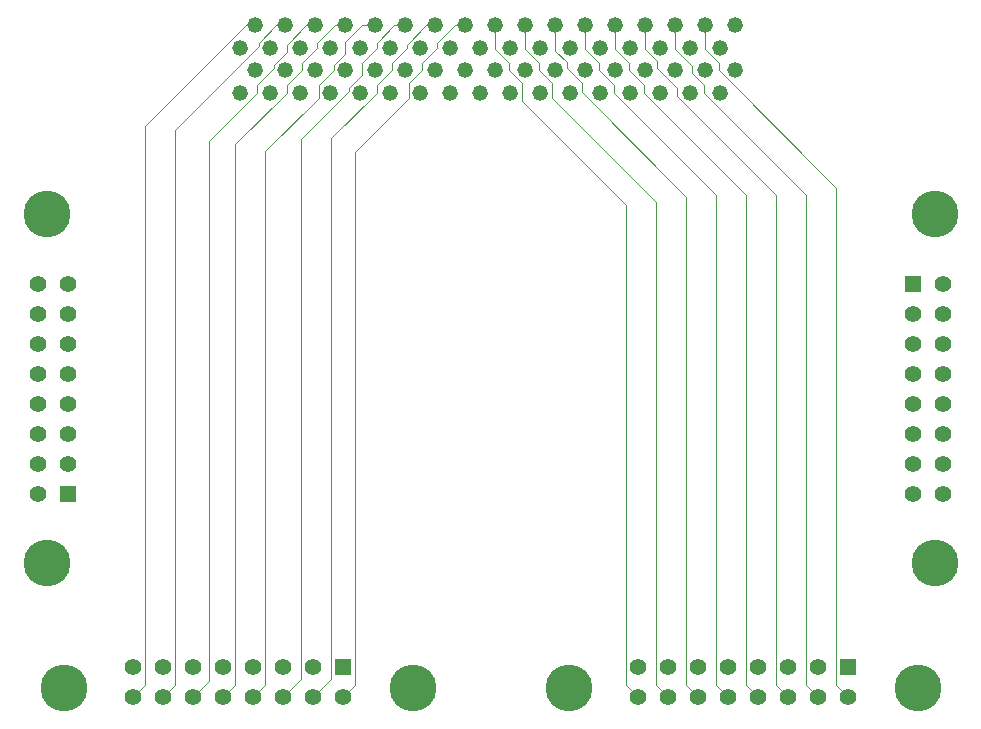
<source format=gbr>
%TF.GenerationSoftware,KiCad,Pcbnew,7.0.5-0*%
%TF.CreationDate,2023-09-20T16:50:09-04:00*%
%TF.ProjectId,patchpanel,70617463-6870-4616-9e65-6c2e6b696361,2.0*%
%TF.SameCoordinates,Original*%
%TF.FileFunction,Copper,L4,Bot*%
%TF.FilePolarity,Positive*%
%FSLAX46Y46*%
G04 Gerber Fmt 4.6, Leading zero omitted, Abs format (unit mm)*
G04 Created by KiCad (PCBNEW 7.0.5-0) date 2023-09-20 16:50:09*
%MOMM*%
%LPD*%
G01*
G04 APERTURE LIST*
%TA.AperFunction,ComponentPad*%
%ADD10R,1.397000X1.397000*%
%TD*%
%TA.AperFunction,ComponentPad*%
%ADD11C,1.397000*%
%TD*%
%TA.AperFunction,ComponentPad*%
%ADD12C,3.962400*%
%TD*%
%TA.AperFunction,ComponentPad*%
%ADD13C,1.320800*%
%TD*%
%TA.AperFunction,Conductor*%
%ADD14C,0.068580*%
%TD*%
G04 APERTURE END LIST*
D10*
%TO.P,U1,1,1*%
%TO.N,Net-(J1-Pad29)*%
X64287400Y-101396800D03*
D11*
%TO.P,U1,2,2*%
%TO.N,Net-(J1-Pad31)*%
X61747400Y-101396800D03*
%TO.P,U1,3,3*%
%TO.N,Net-(J1-Pad25)*%
X64287400Y-98856800D03*
%TO.P,U1,4,4*%
%TO.N,Net-(J1-Pad27)*%
X61747400Y-98856800D03*
%TO.P,U1,5,5*%
%TO.N,Net-(J1-Pad21)*%
X64287400Y-96316800D03*
%TO.P,U1,6,6*%
%TO.N,Net-(J1-Pad23)*%
X61747400Y-96316800D03*
%TO.P,U1,7,7*%
%TO.N,Net-(J1-Pad17)*%
X64287400Y-93776800D03*
%TO.P,U1,8,8*%
%TO.N,Net-(J1-Pad19)*%
X61747400Y-93776800D03*
%TO.P,U1,9,9*%
%TO.N,Net-(J1-Pad13)*%
X64287400Y-91236800D03*
%TO.P,U1,10,10*%
%TO.N,Net-(J1-Pad15)*%
X61747400Y-91236800D03*
%TO.P,U1,11,11*%
%TO.N,Net-(J1-Pad9)*%
X64287400Y-88696800D03*
%TO.P,U1,12,12*%
%TO.N,Net-(J1-Pad11)*%
X61747400Y-88696800D03*
%TO.P,U1,13,13*%
%TO.N,Net-(J1-Pad5)*%
X64287400Y-86156800D03*
%TO.P,U1,14,14*%
%TO.N,Net-(J1-Pad7)*%
X61747400Y-86156800D03*
%TO.P,U1,15,15*%
%TO.N,Net-(J1-Pad1)*%
X64287400Y-83616800D03*
%TO.P,U1,16,16*%
%TO.N,Net-(J1-Pad3)*%
X61747400Y-83616800D03*
D12*
%TO.P,U1,17*%
%TO.N,N/C*%
X62484000Y-107289600D03*
%TO.P,U1,18*%
X62484000Y-77724000D03*
%TD*%
D10*
%TO.P,U3,1,1*%
%TO.N,Net-(J1-Pad62)*%
X130352800Y-116052600D03*
D11*
%TO.P,U3,2,2*%
%TO.N,Net-(J1-Pad64)*%
X130352800Y-118592600D03*
%TO.P,U3,3,3*%
%TO.N,Net-(J1-Pad58)*%
X127812800Y-116052600D03*
%TO.P,U3,4,4*%
%TO.N,Net-(J1-Pad60)*%
X127812800Y-118592600D03*
%TO.P,U3,5,5*%
%TO.N,Net-(J1-Pad54)*%
X125272800Y-116052600D03*
%TO.P,U3,6,6*%
%TO.N,Net-(J1-Pad56)*%
X125272800Y-118592600D03*
%TO.P,U3,7,7*%
%TO.N,Net-(J1-Pad50)*%
X122732800Y-116052600D03*
%TO.P,U3,8,8*%
%TO.N,Net-(J1-Pad52)*%
X122732800Y-118592600D03*
%TO.P,U3,9,9*%
%TO.N,Net-(J1-Pad46)*%
X120192800Y-116052600D03*
%TO.P,U3,10,10*%
%TO.N,Net-(J1-Pad48)*%
X120192800Y-118592600D03*
%TO.P,U3,11,11*%
%TO.N,Net-(J1-Pad42)*%
X117652800Y-116052600D03*
%TO.P,U3,12,12*%
%TO.N,Net-(J1-Pad44)*%
X117652800Y-118592600D03*
%TO.P,U3,13,13*%
%TO.N,Net-(J1-Pad38)*%
X115112800Y-116052600D03*
%TO.P,U3,14,14*%
%TO.N,Net-(J1-Pad40)*%
X115112800Y-118592600D03*
%TO.P,U3,15,15*%
%TO.N,Net-(J1-Pad34)*%
X112572800Y-116052600D03*
%TO.P,U3,16,16*%
%TO.N,Net-(J1-Pad36)*%
X112572800Y-118592600D03*
D12*
%TO.P,U3,17*%
%TO.N,N/C*%
X136245600Y-117856000D03*
%TO.P,U3,18*%
X106680000Y-117856000D03*
%TD*%
D10*
%TO.P,U4,1,1*%
%TO.N,Net-(J1-Pad61)*%
X135864600Y-83616800D03*
D11*
%TO.P,U4,2,2*%
%TO.N,Net-(J1-Pad63)*%
X138404600Y-83616800D03*
%TO.P,U4,3,3*%
%TO.N,Net-(J1-Pad57)*%
X135864600Y-86156800D03*
%TO.P,U4,4,4*%
%TO.N,Net-(J1-Pad59)*%
X138404600Y-86156800D03*
%TO.P,U4,5,5*%
%TO.N,Net-(J1-Pad53)*%
X135864600Y-88696800D03*
%TO.P,U4,6,6*%
%TO.N,Net-(J1-Pad55)*%
X138404600Y-88696800D03*
%TO.P,U4,7,7*%
%TO.N,Net-(J1-Pad49)*%
X135864600Y-91236800D03*
%TO.P,U4,8,8*%
%TO.N,Net-(J1-Pad51)*%
X138404600Y-91236800D03*
%TO.P,U4,9,9*%
%TO.N,Net-(J1-Pad45)*%
X135864600Y-93776800D03*
%TO.P,U4,10,10*%
%TO.N,Net-(J1-Pad47)*%
X138404600Y-93776800D03*
%TO.P,U4,11,11*%
%TO.N,Net-(J1-Pad41)*%
X135864600Y-96316800D03*
%TO.P,U4,12,12*%
%TO.N,Net-(J1-Pad43)*%
X138404600Y-96316800D03*
%TO.P,U4,13,13*%
%TO.N,Net-(J1-Pad37)*%
X135864600Y-98856800D03*
%TO.P,U4,14,14*%
%TO.N,Net-(J1-Pad39)*%
X138404600Y-98856800D03*
%TO.P,U4,15,15*%
%TO.N,Net-(J1-Pad33)*%
X135864600Y-101396800D03*
%TO.P,U4,16,16*%
%TO.N,Net-(J1-Pad35)*%
X138404600Y-101396800D03*
D12*
%TO.P,U4,17*%
%TO.N,N/C*%
X137668000Y-77724000D03*
%TO.P,U4,18*%
X137668000Y-107289600D03*
%TD*%
D13*
%TO.P,J1,1,1*%
%TO.N,Net-(J1-Pad1)*%
X78867000Y-67437000D03*
%TO.P,J1,2,2*%
%TO.N,Net-(J1-Pad2)*%
X78867000Y-63627000D03*
%TO.P,J1,3,3*%
%TO.N,Net-(J1-Pad3)*%
X80137000Y-65532000D03*
%TO.P,J1,4,4*%
%TO.N,Net-(J1-Pad4)*%
X80137000Y-61722000D03*
%TO.P,J1,5,5*%
%TO.N,Net-(J1-Pad5)*%
X81407000Y-67437000D03*
%TO.P,J1,6,6*%
%TO.N,Net-(J1-Pad6)*%
X81407000Y-63627000D03*
%TO.P,J1,7,7*%
%TO.N,Net-(J1-Pad7)*%
X82677000Y-65532000D03*
%TO.P,J1,8,8*%
%TO.N,Net-(J1-Pad8)*%
X82677000Y-61722000D03*
%TO.P,J1,9,9*%
%TO.N,Net-(J1-Pad9)*%
X83947000Y-67437000D03*
%TO.P,J1,10,10*%
%TO.N,Net-(J1-Pad10)*%
X83947000Y-63627000D03*
%TO.P,J1,11,11*%
%TO.N,Net-(J1-Pad11)*%
X85217000Y-65532000D03*
%TO.P,J1,12,12*%
%TO.N,Net-(J1-Pad12)*%
X85217000Y-61722000D03*
%TO.P,J1,13,13*%
%TO.N,Net-(J1-Pad13)*%
X86487000Y-67437000D03*
%TO.P,J1,14,14*%
%TO.N,Net-(J1-Pad14)*%
X86487000Y-63627000D03*
%TO.P,J1,15,15*%
%TO.N,Net-(J1-Pad15)*%
X87757000Y-65532000D03*
%TO.P,J1,16,16*%
%TO.N,Net-(J1-Pad16)*%
X87757000Y-61722000D03*
%TO.P,J1,17,17*%
%TO.N,Net-(J1-Pad17)*%
X89027000Y-67437000D03*
%TO.P,J1,18,18*%
%TO.N,Net-(J1-Pad18)*%
X89027000Y-63627000D03*
%TO.P,J1,19,19*%
%TO.N,Net-(J1-Pad19)*%
X90297000Y-65532000D03*
%TO.P,J1,20,20*%
%TO.N,Net-(J1-Pad20)*%
X90297000Y-61722000D03*
%TO.P,J1,21,21*%
%TO.N,Net-(J1-Pad21)*%
X91567000Y-67437000D03*
%TO.P,J1,22,22*%
%TO.N,Net-(J1-Pad22)*%
X91567000Y-63627000D03*
%TO.P,J1,23,23*%
%TO.N,Net-(J1-Pad23)*%
X92837000Y-65532000D03*
%TO.P,J1,24,24*%
%TO.N,Net-(J1-Pad24)*%
X92837000Y-61722000D03*
%TO.P,J1,25,25*%
%TO.N,Net-(J1-Pad25)*%
X94107000Y-67437000D03*
%TO.P,J1,26,26*%
%TO.N,Net-(J1-Pad26)*%
X94107000Y-63627000D03*
%TO.P,J1,27,27*%
%TO.N,Net-(J1-Pad27)*%
X95377000Y-65532000D03*
%TO.P,J1,28,28*%
%TO.N,Net-(J1-Pad28)*%
X95377000Y-61722000D03*
%TO.P,J1,29,29*%
%TO.N,Net-(J1-Pad29)*%
X96647000Y-67437000D03*
%TO.P,J1,30,30*%
%TO.N,Net-(J1-Pad30)*%
X96647000Y-63627000D03*
%TO.P,J1,31,31*%
%TO.N,Net-(J1-Pad31)*%
X97917000Y-65532000D03*
%TO.P,J1,32,32*%
%TO.N,Net-(J1-Pad32)*%
X97917000Y-61722000D03*
%TO.P,J1,33,33*%
%TO.N,Net-(J1-Pad33)*%
X99187000Y-67437000D03*
%TO.P,J1,34,34*%
%TO.N,Net-(J1-Pad34)*%
X99187000Y-63627000D03*
%TO.P,J1,35,35*%
%TO.N,Net-(J1-Pad35)*%
X100457000Y-65532000D03*
%TO.P,J1,36,36*%
%TO.N,Net-(J1-Pad36)*%
X100457000Y-61722000D03*
%TO.P,J1,37,37*%
%TO.N,Net-(J1-Pad37)*%
X101727000Y-67437000D03*
%TO.P,J1,38,38*%
%TO.N,Net-(J1-Pad38)*%
X101727000Y-63627000D03*
%TO.P,J1,39,39*%
%TO.N,Net-(J1-Pad39)*%
X102997000Y-65532000D03*
%TO.P,J1,40,40*%
%TO.N,Net-(J1-Pad40)*%
X102997000Y-61722000D03*
%TO.P,J1,41,41*%
%TO.N,Net-(J1-Pad41)*%
X104267000Y-67437000D03*
%TO.P,J1,42,42*%
%TO.N,Net-(J1-Pad42)*%
X104267000Y-63627000D03*
%TO.P,J1,43,43*%
%TO.N,Net-(J1-Pad43)*%
X105537000Y-65532000D03*
%TO.P,J1,44,44*%
%TO.N,Net-(J1-Pad44)*%
X105537000Y-61722000D03*
%TO.P,J1,45,45*%
%TO.N,Net-(J1-Pad45)*%
X106807000Y-67437000D03*
%TO.P,J1,46,46*%
%TO.N,Net-(J1-Pad46)*%
X106807000Y-63627000D03*
%TO.P,J1,47,47*%
%TO.N,Net-(J1-Pad47)*%
X108077000Y-65532000D03*
%TO.P,J1,48,48*%
%TO.N,Net-(J1-Pad48)*%
X108077000Y-61722000D03*
%TO.P,J1,49,49*%
%TO.N,Net-(J1-Pad49)*%
X109347000Y-67437000D03*
%TO.P,J1,50,50*%
%TO.N,Net-(J1-Pad50)*%
X109347000Y-63627000D03*
%TO.P,J1,51,51*%
%TO.N,Net-(J1-Pad51)*%
X110617000Y-65532000D03*
%TO.P,J1,52,52*%
%TO.N,Net-(J1-Pad52)*%
X110617000Y-61722000D03*
%TO.P,J1,53,53*%
%TO.N,Net-(J1-Pad53)*%
X111887000Y-67437000D03*
%TO.P,J1,54,54*%
%TO.N,Net-(J1-Pad54)*%
X111887000Y-63627000D03*
%TO.P,J1,55,55*%
%TO.N,Net-(J1-Pad55)*%
X113157000Y-65532000D03*
%TO.P,J1,56,56*%
%TO.N,Net-(J1-Pad56)*%
X113157000Y-61722000D03*
%TO.P,J1,57,57*%
%TO.N,Net-(J1-Pad57)*%
X114427000Y-67437000D03*
%TO.P,J1,58,58*%
%TO.N,Net-(J1-Pad58)*%
X114427000Y-63627000D03*
%TO.P,J1,59,59*%
%TO.N,Net-(J1-Pad59)*%
X115697000Y-65532000D03*
%TO.P,J1,60,60*%
%TO.N,Net-(J1-Pad60)*%
X115697000Y-61722000D03*
%TO.P,J1,61,61*%
%TO.N,Net-(J1-Pad61)*%
X116967000Y-67437000D03*
%TO.P,J1,62,62*%
%TO.N,Net-(J1-Pad62)*%
X116967000Y-63627000D03*
%TO.P,J1,63,63*%
%TO.N,Net-(J1-Pad63)*%
X118237000Y-65532000D03*
%TO.P,J1,64,64*%
%TO.N,Net-(J1-Pad64)*%
X118237000Y-61722000D03*
%TO.P,J1,65,65*%
%TO.N,unconnected-(J1-Pad65)*%
X119507000Y-67437000D03*
%TO.P,J1,66,66*%
%TO.N,unconnected-(J1-Pad66)*%
X119507000Y-63627000D03*
%TO.P,J1,67,67*%
%TO.N,unconnected-(J1-Pad67)*%
X120777000Y-65532000D03*
%TO.P,J1,68,68*%
%TO.N,unconnected-(J1-Pad68)*%
X120777000Y-61722000D03*
%TD*%
D10*
%TO.P,U2,1,1*%
%TO.N,Net-(J1-Pad30)*%
X87579200Y-116052600D03*
D11*
%TO.P,U2,2,2*%
%TO.N,Net-(J1-Pad32)*%
X87579200Y-118592600D03*
%TO.P,U2,3,3*%
%TO.N,Net-(J1-Pad26)*%
X85039200Y-116052600D03*
%TO.P,U2,4,4*%
%TO.N,Net-(J1-Pad28)*%
X85039200Y-118592600D03*
%TO.P,U2,5,5*%
%TO.N,Net-(J1-Pad22)*%
X82499200Y-116052600D03*
%TO.P,U2,6,6*%
%TO.N,Net-(J1-Pad24)*%
X82499200Y-118592600D03*
%TO.P,U2,7,7*%
%TO.N,Net-(J1-Pad18)*%
X79959200Y-116052600D03*
%TO.P,U2,8,8*%
%TO.N,Net-(J1-Pad20)*%
X79959200Y-118592600D03*
%TO.P,U2,9,9*%
%TO.N,Net-(J1-Pad14)*%
X77419200Y-116052600D03*
%TO.P,U2,10,10*%
%TO.N,Net-(J1-Pad16)*%
X77419200Y-118592600D03*
%TO.P,U2,11,11*%
%TO.N,Net-(J1-Pad10)*%
X74879200Y-116052600D03*
%TO.P,U2,12,12*%
%TO.N,Net-(J1-Pad12)*%
X74879200Y-118592600D03*
%TO.P,U2,13,13*%
%TO.N,Net-(J1-Pad6)*%
X72339200Y-116052600D03*
%TO.P,U2,14,14*%
%TO.N,Net-(J1-Pad8)*%
X72339200Y-118592600D03*
%TO.P,U2,15,15*%
%TO.N,Net-(J1-Pad2)*%
X69799200Y-116052600D03*
%TO.P,U2,16,16*%
%TO.N,Net-(J1-Pad4)*%
X69799200Y-118592600D03*
D12*
%TO.P,U2,17*%
%TO.N,N/C*%
X93472000Y-117856000D03*
%TO.P,U2,18*%
X63906400Y-117856000D03*
%TD*%
D14*
%TO.N,Net-(J1-Pad4)*%
X70822700Y-117569100D02*
X70822700Y-70277733D01*
X69799200Y-118592600D02*
X70822700Y-117569100D01*
X70822700Y-70277733D02*
X79378433Y-61722000D01*
X79378433Y-61722000D02*
X80137000Y-61722000D01*
%TO.N,Net-(J1-Pad8)*%
X73362700Y-117569100D02*
X73362700Y-70558900D01*
X80421600Y-63218833D02*
X81918433Y-61722000D01*
X81918433Y-61722000D02*
X82677000Y-61722000D01*
X72339200Y-118592600D02*
X73362700Y-117569100D01*
X73362700Y-70558900D02*
X80421600Y-63500000D01*
X80421600Y-63500000D02*
X80421600Y-63218833D01*
%TO.N,Net-(J1-Pad12)*%
X82804000Y-64011433D02*
X82804000Y-63376433D01*
X84458433Y-61722000D02*
X85217000Y-61722000D01*
X74879200Y-118592600D02*
X76200000Y-117271800D01*
X81691600Y-65123833D02*
X82804000Y-64011433D01*
X82804000Y-63376433D02*
X84458433Y-61722000D01*
X80264000Y-67433567D02*
X80264000Y-66802000D01*
X81691600Y-65374400D02*
X81691600Y-65123833D01*
X80264000Y-66802000D02*
X81691600Y-65374400D01*
X76200000Y-71497567D02*
X80264000Y-67433567D01*
X76200000Y-117271800D02*
X76200000Y-71497567D01*
%TO.N,Net-(J1-Pad16)*%
X82804000Y-66798567D02*
X84074000Y-65528567D01*
X77419200Y-118592600D02*
X78442700Y-117569100D01*
X82804000Y-67433567D02*
X82804000Y-66798567D01*
X78442700Y-117569100D02*
X78442700Y-71794867D01*
X84074000Y-65528567D02*
X84074000Y-64893567D01*
X85344000Y-63623567D02*
X85344000Y-63246000D01*
X85344000Y-63246000D02*
X86868000Y-61722000D01*
X78442700Y-71794867D02*
X82804000Y-67433567D01*
X84074000Y-64893567D02*
X85344000Y-63623567D01*
X86868000Y-61722000D02*
X87757000Y-61722000D01*
%TO.N,Net-(J1-Pad20)*%
X86771600Y-65532000D02*
X86771600Y-65123833D01*
X85501600Y-66802000D02*
X86771600Y-65532000D01*
X80982700Y-72364067D02*
X85501600Y-67845167D01*
X86771600Y-65123833D02*
X87757000Y-64138433D01*
X89154000Y-61722000D02*
X90297000Y-61722000D01*
X79959200Y-118592600D02*
X80982700Y-117569100D01*
X87757000Y-63119000D02*
X89154000Y-61722000D01*
X87757000Y-64138433D02*
X87757000Y-63119000D01*
X80982700Y-117569100D02*
X80982700Y-72364067D01*
X85501600Y-67845167D02*
X85501600Y-66802000D01*
%TO.N,Net-(J1-Pad24)*%
X84015700Y-117076100D02*
X84015700Y-71335900D01*
X89154000Y-65916433D02*
X89154000Y-64893567D01*
X84015700Y-71335900D02*
X88041600Y-67310000D01*
X88041600Y-67028833D02*
X89154000Y-65916433D01*
X90424000Y-63623567D02*
X90424000Y-63201054D01*
X91903054Y-61722000D02*
X92837000Y-61722000D01*
X90424000Y-63201054D02*
X91903054Y-61722000D01*
X88041600Y-67310000D02*
X88041600Y-67028833D01*
X89154000Y-64893567D02*
X90424000Y-63623567D01*
X82499200Y-118592600D02*
X84015700Y-117076100D01*
%TO.N,Net-(J1-Pad28)*%
X86555700Y-117076100D02*
X86555700Y-71301867D01*
X86555700Y-71301867D02*
X90424000Y-67433567D01*
X91694000Y-65528567D02*
X91694000Y-64893567D01*
X90424000Y-66798567D02*
X91694000Y-65528567D01*
X91694000Y-64893567D02*
X92964000Y-63623567D01*
X85039200Y-118592600D02*
X86555700Y-117076100D01*
X92964000Y-63376433D02*
X94618433Y-61722000D01*
X92964000Y-63623567D02*
X92964000Y-63376433D01*
X94618433Y-61722000D02*
X95377000Y-61722000D01*
X90424000Y-67433567D02*
X90424000Y-66798567D01*
%TO.N,Net-(J1-Pad32)*%
X94234000Y-65528567D02*
X94234000Y-64893567D01*
X87579200Y-118592600D02*
X88602700Y-117569100D01*
X88602700Y-72433300D02*
X93121600Y-67914400D01*
X93121600Y-67914400D02*
X93121600Y-66640967D01*
X95504000Y-63623567D02*
X95504000Y-63246000D01*
X88602700Y-117569100D02*
X88602700Y-72433300D01*
X97028000Y-61722000D02*
X97917000Y-61722000D01*
X94234000Y-64893567D02*
X95504000Y-63623567D01*
X95504000Y-63246000D02*
X97028000Y-61722000D01*
X93121600Y-66640967D02*
X94234000Y-65528567D01*
%TO.N,Net-(J1-Pad36)*%
X111506000Y-81026000D02*
X111506000Y-76962000D01*
X101600000Y-65532000D02*
X101600000Y-64893567D01*
X111549300Y-81069300D02*
X111506000Y-81026000D01*
X102712400Y-66644400D02*
X101600000Y-65532000D01*
X111549300Y-117569100D02*
X111549300Y-81069300D01*
X102712400Y-68168400D02*
X102712400Y-66644400D01*
X111506000Y-76962000D02*
X102712400Y-68168400D01*
X112572800Y-118592600D02*
X111549300Y-117569100D01*
X101600000Y-64893567D02*
X100457000Y-63750567D01*
X100457000Y-63750567D02*
X100457000Y-61722000D01*
%TO.N,Net-(J1-Pad40)*%
X114089300Y-117569100D02*
X114089300Y-76682067D01*
X105252400Y-67845167D02*
X105252400Y-66640967D01*
X114089300Y-76682067D02*
X105252400Y-67845167D01*
X104140000Y-64893567D02*
X102997000Y-63750567D01*
X105252400Y-66640967D02*
X104140000Y-65528567D01*
X102997000Y-63750567D02*
X102997000Y-61722000D01*
X115112800Y-118592600D02*
X114089300Y-117569100D01*
X104140000Y-65528567D02*
X104140000Y-64893567D01*
%TO.N,Net-(J1-Pad44)*%
X116629300Y-117569100D02*
X116629300Y-76243300D01*
X106522400Y-65374400D02*
X106522400Y-64866400D01*
X105537000Y-63881000D02*
X105537000Y-61722000D01*
X117652800Y-118592600D02*
X116629300Y-117569100D01*
X116629300Y-76243300D02*
X107792400Y-67406400D01*
X107792400Y-67406400D02*
X107792400Y-66644400D01*
X107792400Y-66644400D02*
X106522400Y-65374400D01*
X106522400Y-64866400D02*
X105537000Y-63881000D01*
%TO.N,Net-(J1-Pad48)*%
X119169300Y-76112867D02*
X110490000Y-67433567D01*
X108077000Y-63750567D02*
X108077000Y-61722000D01*
X119169300Y-117569100D02*
X119169300Y-76112867D01*
X120192800Y-118592600D02*
X119169300Y-117569100D01*
X110490000Y-66798567D02*
X109220000Y-65528567D01*
X109220000Y-65528567D02*
X109220000Y-64893567D01*
X109220000Y-64893567D02*
X108077000Y-63750567D01*
X110490000Y-67433567D02*
X110490000Y-66798567D01*
%TO.N,Net-(J1-Pad52)*%
X121709300Y-117569100D02*
X121709300Y-76112867D01*
X111760000Y-64893567D02*
X110617000Y-63750567D01*
X111760000Y-65528567D02*
X111760000Y-64893567D01*
X110617000Y-63750567D02*
X110617000Y-61722000D01*
X113030000Y-67433567D02*
X113030000Y-66798567D01*
X113030000Y-66798567D02*
X111760000Y-65528567D01*
X122732800Y-118592600D02*
X121709300Y-117569100D01*
X121709300Y-76112867D02*
X113030000Y-67433567D01*
%TO.N,Net-(J1-Pad56)*%
X124249300Y-117569100D02*
X124249300Y-76112867D01*
X115824000Y-67687567D02*
X115824000Y-67052567D01*
X114142400Y-65370967D02*
X114142400Y-64735967D01*
X114142400Y-64735967D02*
X113157000Y-63750567D01*
X113157000Y-63750567D02*
X113157000Y-61722000D01*
X125272800Y-118592600D02*
X124249300Y-117569100D01*
X115824000Y-67052567D02*
X114142400Y-65370967D01*
X124249300Y-76112867D02*
X115824000Y-67687567D01*
%TO.N,Net-(J1-Pad60)*%
X115697000Y-63750567D02*
X115697000Y-61722000D01*
X117094000Y-65786000D02*
X117094000Y-65147567D01*
X126789300Y-117569100D02*
X126789300Y-76112867D01*
X126789300Y-76112867D02*
X118110000Y-67433567D01*
X117094000Y-65147567D02*
X115697000Y-63750567D01*
X118110000Y-66802000D02*
X117094000Y-65786000D01*
X127812800Y-118592600D02*
X126789300Y-117569100D01*
X118110000Y-67433567D02*
X118110000Y-66802000D01*
%TO.N,Net-(J1-Pad64)*%
X119380000Y-64893567D02*
X118237000Y-63750567D01*
X119380000Y-65528567D02*
X119380000Y-64893567D01*
X118237000Y-63750567D02*
X118237000Y-61722000D01*
X130352800Y-118592600D02*
X129329300Y-117569100D01*
X129329300Y-75477867D02*
X119380000Y-65528567D01*
X129329300Y-117569100D02*
X129329300Y-75477867D01*
%TD*%
M02*

</source>
